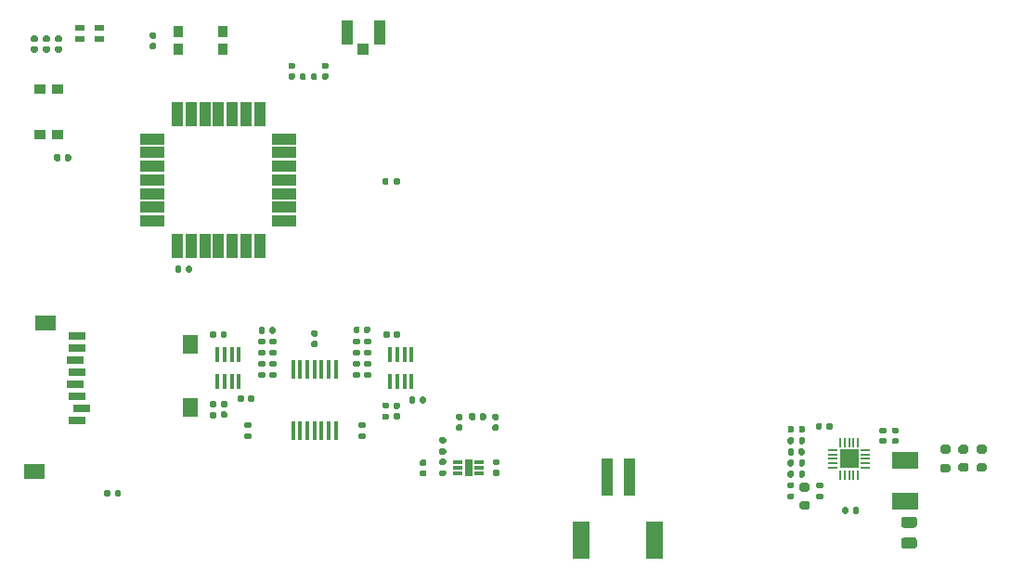
<source format=gtp>
G04 #@! TF.GenerationSoftware,KiCad,Pcbnew,5.1.10-88a1d61d58~90~ubuntu20.04.1*
G04 #@! TF.CreationDate,2021-08-09T16:52:55-07:00*
G04 #@! TF.ProjectId,PatchV3,50617463-6856-4332-9e6b-696361645f70,rev?*
G04 #@! TF.SameCoordinates,Original*
G04 #@! TF.FileFunction,Paste,Top*
G04 #@! TF.FilePolarity,Positive*
%FSLAX46Y46*%
G04 Gerber Fmt 4.6, Leading zero omitted, Abs format (unit mm)*
G04 Created by KiCad (PCBNEW 5.1.10-88a1d61d58~90~ubuntu20.04.1) date 2021-08-09 16:52:55*
%MOMM*%
%LPD*%
G01*
G04 APERTURE LIST*
%ADD10C,0.025400*%
%ADD11R,1.100000X2.250000*%
%ADD12R,1.050000X1.100000*%
%ADD13R,0.804800X0.300000*%
%ADD14R,0.203200X0.812800*%
%ADD15R,0.812800X0.203200*%
%ADD16R,1.701800X1.701800*%
%ADD17R,0.431800X1.320800*%
%ADD18R,0.355600X1.676400*%
%ADD19R,1.000000X2.300000*%
%ADD20R,2.300000X1.000000*%
%ADD21R,2.400000X1.500000*%
%ADD22R,1.000001X3.500001*%
%ADD23R,1.500000X3.400001*%
%ADD24R,1.900000X1.400000*%
%ADD25R,1.400000X1.800000*%
%ADD26R,1.500000X0.800000*%
%ADD27R,1.000000X0.900000*%
%ADD28R,0.900000X1.000000*%
%ADD29R,0.850000X0.500000*%
G04 APERTURE END LIST*
D10*
G36*
X90690500Y-90793500D02*
G01*
X90690500Y-92213500D01*
X91300500Y-92213500D01*
X91300500Y-90793500D01*
X90690500Y-90793500D01*
G37*
X90690500Y-90793500D02*
X90690500Y-92213500D01*
X91300500Y-92213500D01*
X91300500Y-90793500D01*
X90690500Y-90793500D01*
G36*
G01*
X134768000Y-90253000D02*
X134218000Y-90253000D01*
G75*
G02*
X134018000Y-90053000I0J200000D01*
G01*
X134018000Y-89653000D01*
G75*
G02*
X134218000Y-89453000I200000J0D01*
G01*
X134768000Y-89453000D01*
G75*
G02*
X134968000Y-89653000I0J-200000D01*
G01*
X134968000Y-90053000D01*
G75*
G02*
X134768000Y-90253000I-200000J0D01*
G01*
G37*
G36*
G01*
X134768000Y-91967000D02*
X134218000Y-91967000D01*
G75*
G02*
X134018000Y-91767000I0J200000D01*
G01*
X134018000Y-91367000D01*
G75*
G02*
X134218000Y-91167000I200000J0D01*
G01*
X134768000Y-91167000D01*
G75*
G02*
X134968000Y-91367000I0J-200000D01*
G01*
X134968000Y-91767000D01*
G75*
G02*
X134768000Y-91967000I-200000J0D01*
G01*
G37*
G36*
G01*
X93302000Y-87576000D02*
X93642000Y-87576000D01*
G75*
G02*
X93782000Y-87716000I0J-140000D01*
G01*
X93782000Y-87996000D01*
G75*
G02*
X93642000Y-88136000I-140000J0D01*
G01*
X93302000Y-88136000D01*
G75*
G02*
X93162000Y-87996000I0J140000D01*
G01*
X93162000Y-87716000D01*
G75*
G02*
X93302000Y-87576000I140000J0D01*
G01*
G37*
G36*
G01*
X93302000Y-86616000D02*
X93642000Y-86616000D01*
G75*
G02*
X93782000Y-86756000I0J-140000D01*
G01*
X93782000Y-87036000D01*
G75*
G02*
X93642000Y-87176000I-140000J0D01*
G01*
X93302000Y-87176000D01*
G75*
G02*
X93162000Y-87036000I0J140000D01*
G01*
X93162000Y-86756000D01*
G75*
G02*
X93302000Y-86616000I140000J0D01*
G01*
G37*
D11*
X79932000Y-51816000D03*
X82882000Y-51816000D03*
D12*
X81407000Y-53366000D03*
D13*
X90043100Y-91003500D03*
X90043100Y-91503500D03*
X90043100Y-92003500D03*
X91947900Y-92003500D03*
X91947900Y-91503500D03*
X91947900Y-91003500D03*
D14*
X126521001Y-89242800D03*
X126120999Y-89242800D03*
X125721000Y-89242800D03*
X125321001Y-89242800D03*
X124920999Y-89242800D03*
D15*
X124247800Y-89915999D03*
X124247800Y-90316001D03*
X124247800Y-90716000D03*
X124247800Y-91115999D03*
X124247800Y-91516001D03*
D14*
X124920999Y-92189200D03*
X125321001Y-92189200D03*
X125721000Y-92189200D03*
X126120999Y-92189200D03*
X126521001Y-92189200D03*
D15*
X127194200Y-91516001D03*
X127194200Y-91115999D03*
X127194200Y-90716000D03*
X127194200Y-90316001D03*
X127194200Y-89915999D03*
D16*
X125721000Y-90716000D03*
D17*
X70062999Y-81229200D03*
X69413001Y-81229200D03*
X68762999Y-81229200D03*
X68113001Y-81229200D03*
X68113001Y-83616800D03*
X68762999Y-83616800D03*
X69413001Y-83616800D03*
X70062999Y-83616800D03*
X85810999Y-81229200D03*
X85161001Y-81229200D03*
X84510999Y-81229200D03*
X83861001Y-81229200D03*
X83861001Y-83616800D03*
X84510999Y-83616800D03*
X85161001Y-83616800D03*
X85810999Y-83616800D03*
D18*
X75011999Y-88163400D03*
X75662000Y-88163400D03*
X76312001Y-88163400D03*
X76962000Y-88163400D03*
X77611999Y-88163400D03*
X78262000Y-88163400D03*
X78911999Y-88163400D03*
X78912001Y-82524600D03*
X78262000Y-82524600D03*
X77612001Y-82524600D03*
X76962000Y-82524600D03*
X76312001Y-82524600D03*
X75662000Y-82524600D03*
X75012001Y-82524600D03*
D19*
X68199000Y-71278000D03*
X66949000Y-71278000D03*
X65699000Y-71278000D03*
X64449000Y-71278000D03*
X69449000Y-71278000D03*
X70699000Y-71278000D03*
X71949000Y-71278000D03*
D20*
X74199000Y-65278000D03*
X74199000Y-66528000D03*
X74199000Y-67778000D03*
X74199000Y-69028000D03*
X74199000Y-64028000D03*
X74199000Y-62778000D03*
X74199000Y-61528000D03*
D19*
X68199000Y-59278000D03*
X69449000Y-59278000D03*
X70699000Y-59278000D03*
X71949000Y-59278000D03*
X66949000Y-59278000D03*
X65699000Y-59278000D03*
X64449000Y-59278000D03*
D20*
X62199000Y-65278000D03*
X62199000Y-64028000D03*
X62199000Y-62778000D03*
X62199000Y-61528000D03*
X62199000Y-66528000D03*
X62199000Y-67778000D03*
X62199000Y-69028000D03*
G36*
G01*
X88831000Y-89295000D02*
X88461000Y-89295000D01*
G75*
G02*
X88326000Y-89160000I0J135000D01*
G01*
X88326000Y-88890000D01*
G75*
G02*
X88461000Y-88755000I135000J0D01*
G01*
X88831000Y-88755000D01*
G75*
G02*
X88966000Y-88890000I0J-135000D01*
G01*
X88966000Y-89160000D01*
G75*
G02*
X88831000Y-89295000I-135000J0D01*
G01*
G37*
G36*
G01*
X88831000Y-90315000D02*
X88461000Y-90315000D01*
G75*
G02*
X88326000Y-90180000I0J135000D01*
G01*
X88326000Y-89910000D01*
G75*
G02*
X88461000Y-89775000I135000J0D01*
G01*
X88831000Y-89775000D01*
G75*
G02*
X88966000Y-89910000I0J-135000D01*
G01*
X88966000Y-90180000D01*
G75*
G02*
X88831000Y-90315000I-135000J0D01*
G01*
G37*
G36*
G01*
X88831000Y-91263500D02*
X88461000Y-91263500D01*
G75*
G02*
X88326000Y-91128500I0J135000D01*
G01*
X88326000Y-90858500D01*
G75*
G02*
X88461000Y-90723500I135000J0D01*
G01*
X88831000Y-90723500D01*
G75*
G02*
X88966000Y-90858500I0J-135000D01*
G01*
X88966000Y-91128500D01*
G75*
G02*
X88831000Y-91263500I-135000J0D01*
G01*
G37*
G36*
G01*
X88831000Y-92283500D02*
X88461000Y-92283500D01*
G75*
G02*
X88326000Y-92148500I0J135000D01*
G01*
X88326000Y-91878500D01*
G75*
G02*
X88461000Y-91743500I135000J0D01*
G01*
X88831000Y-91743500D01*
G75*
G02*
X88966000Y-91878500I0J-135000D01*
G01*
X88966000Y-92148500D01*
G75*
G02*
X88831000Y-92283500I-135000J0D01*
G01*
G37*
G36*
G01*
X120202000Y-93877000D02*
X120572000Y-93877000D01*
G75*
G02*
X120707000Y-94012000I0J-135000D01*
G01*
X120707000Y-94282000D01*
G75*
G02*
X120572000Y-94417000I-135000J0D01*
G01*
X120202000Y-94417000D01*
G75*
G02*
X120067000Y-94282000I0J135000D01*
G01*
X120067000Y-94012000D01*
G75*
G02*
X120202000Y-93877000I135000J0D01*
G01*
G37*
G36*
G01*
X120202000Y-92857000D02*
X120572000Y-92857000D01*
G75*
G02*
X120707000Y-92992000I0J-135000D01*
G01*
X120707000Y-93262000D01*
G75*
G02*
X120572000Y-93397000I-135000J0D01*
G01*
X120202000Y-93397000D01*
G75*
G02*
X120067000Y-93262000I0J135000D01*
G01*
X120067000Y-92992000D01*
G75*
G02*
X120202000Y-92857000I135000J0D01*
G01*
G37*
G36*
G01*
X121932000Y-93720000D02*
X121382000Y-93720000D01*
G75*
G02*
X121182000Y-93520000I0J200000D01*
G01*
X121182000Y-93120000D01*
G75*
G02*
X121382000Y-92920000I200000J0D01*
G01*
X121932000Y-92920000D01*
G75*
G02*
X122132000Y-93120000I0J-200000D01*
G01*
X122132000Y-93520000D01*
G75*
G02*
X121932000Y-93720000I-200000J0D01*
G01*
G37*
G36*
G01*
X121932000Y-95370000D02*
X121382000Y-95370000D01*
G75*
G02*
X121182000Y-95170000I0J200000D01*
G01*
X121182000Y-94770000D01*
G75*
G02*
X121382000Y-94570000I200000J0D01*
G01*
X121932000Y-94570000D01*
G75*
G02*
X122132000Y-94770000I0J-200000D01*
G01*
X122132000Y-95170000D01*
G75*
G02*
X121932000Y-95370000I-200000J0D01*
G01*
G37*
G36*
G01*
X123239000Y-93397000D02*
X122869000Y-93397000D01*
G75*
G02*
X122734000Y-93262000I0J135000D01*
G01*
X122734000Y-92992000D01*
G75*
G02*
X122869000Y-92857000I135000J0D01*
G01*
X123239000Y-92857000D01*
G75*
G02*
X123374000Y-92992000I0J-135000D01*
G01*
X123374000Y-93262000D01*
G75*
G02*
X123239000Y-93397000I-135000J0D01*
G01*
G37*
G36*
G01*
X123239000Y-94417000D02*
X122869000Y-94417000D01*
G75*
G02*
X122734000Y-94282000I0J135000D01*
G01*
X122734000Y-94012000D01*
G75*
G02*
X122869000Y-93877000I135000J0D01*
G01*
X123239000Y-93877000D01*
G75*
G02*
X123374000Y-94012000I0J-135000D01*
G01*
X123374000Y-94282000D01*
G75*
G02*
X123239000Y-94417000I-135000J0D01*
G01*
G37*
G36*
G01*
X121133000Y-91282000D02*
X121133000Y-90912000D01*
G75*
G02*
X121268000Y-90777000I135000J0D01*
G01*
X121538000Y-90777000D01*
G75*
G02*
X121673000Y-90912000I0J-135000D01*
G01*
X121673000Y-91282000D01*
G75*
G02*
X121538000Y-91417000I-135000J0D01*
G01*
X121268000Y-91417000D01*
G75*
G02*
X121133000Y-91282000I0J135000D01*
G01*
G37*
G36*
G01*
X120113000Y-91282000D02*
X120113000Y-90912000D01*
G75*
G02*
X120248000Y-90777000I135000J0D01*
G01*
X120518000Y-90777000D01*
G75*
G02*
X120653000Y-90912000I0J-135000D01*
G01*
X120653000Y-91282000D01*
G75*
G02*
X120518000Y-91417000I-135000J0D01*
G01*
X120248000Y-91417000D01*
G75*
G02*
X120113000Y-91282000I0J135000D01*
G01*
G37*
G36*
G01*
X121133000Y-92298000D02*
X121133000Y-91928000D01*
G75*
G02*
X121268000Y-91793000I135000J0D01*
G01*
X121538000Y-91793000D01*
G75*
G02*
X121673000Y-91928000I0J-135000D01*
G01*
X121673000Y-92298000D01*
G75*
G02*
X121538000Y-92433000I-135000J0D01*
G01*
X121268000Y-92433000D01*
G75*
G02*
X121133000Y-92298000I0J135000D01*
G01*
G37*
G36*
G01*
X120113000Y-92298000D02*
X120113000Y-91928000D01*
G75*
G02*
X120248000Y-91793000I135000J0D01*
G01*
X120518000Y-91793000D01*
G75*
G02*
X120653000Y-91928000I0J-135000D01*
G01*
X120653000Y-92298000D01*
G75*
G02*
X120518000Y-92433000I-135000J0D01*
G01*
X120248000Y-92433000D01*
G75*
G02*
X120113000Y-92298000I0J135000D01*
G01*
G37*
G36*
G01*
X120655000Y-88880000D02*
X120655000Y-89250000D01*
G75*
G02*
X120520000Y-89385000I-135000J0D01*
G01*
X120250000Y-89385000D01*
G75*
G02*
X120115000Y-89250000I0J135000D01*
G01*
X120115000Y-88880000D01*
G75*
G02*
X120250000Y-88745000I135000J0D01*
G01*
X120520000Y-88745000D01*
G75*
G02*
X120655000Y-88880000I0J-135000D01*
G01*
G37*
G36*
G01*
X121675000Y-88880000D02*
X121675000Y-89250000D01*
G75*
G02*
X121540000Y-89385000I-135000J0D01*
G01*
X121270000Y-89385000D01*
G75*
G02*
X121135000Y-89250000I0J135000D01*
G01*
X121135000Y-88880000D01*
G75*
G02*
X121270000Y-88745000I135000J0D01*
G01*
X121540000Y-88745000D01*
G75*
G02*
X121675000Y-88880000I0J-135000D01*
G01*
G37*
G36*
G01*
X120662000Y-87826000D02*
X120662000Y-88196000D01*
G75*
G02*
X120527000Y-88331000I-135000J0D01*
G01*
X120257000Y-88331000D01*
G75*
G02*
X120122000Y-88196000I0J135000D01*
G01*
X120122000Y-87826000D01*
G75*
G02*
X120257000Y-87691000I135000J0D01*
G01*
X120527000Y-87691000D01*
G75*
G02*
X120662000Y-87826000I0J-135000D01*
G01*
G37*
G36*
G01*
X121682000Y-87826000D02*
X121682000Y-88196000D01*
G75*
G02*
X121547000Y-88331000I-135000J0D01*
G01*
X121277000Y-88331000D01*
G75*
G02*
X121142000Y-88196000I0J135000D01*
G01*
X121142000Y-87826000D01*
G75*
G02*
X121277000Y-87691000I135000J0D01*
G01*
X121547000Y-87691000D01*
G75*
G02*
X121682000Y-87826000I0J-135000D01*
G01*
G37*
G36*
G01*
X137520000Y-91103000D02*
X138070000Y-91103000D01*
G75*
G02*
X138270000Y-91303000I0J-200000D01*
G01*
X138270000Y-91703000D01*
G75*
G02*
X138070000Y-91903000I-200000J0D01*
G01*
X137520000Y-91903000D01*
G75*
G02*
X137320000Y-91703000I0J200000D01*
G01*
X137320000Y-91303000D01*
G75*
G02*
X137520000Y-91103000I200000J0D01*
G01*
G37*
G36*
G01*
X137520000Y-89453000D02*
X138070000Y-89453000D01*
G75*
G02*
X138270000Y-89653000I0J-200000D01*
G01*
X138270000Y-90053000D01*
G75*
G02*
X138070000Y-90253000I-200000J0D01*
G01*
X137520000Y-90253000D01*
G75*
G02*
X137320000Y-90053000I0J200000D01*
G01*
X137320000Y-89653000D01*
G75*
G02*
X137520000Y-89453000I200000J0D01*
G01*
G37*
G36*
G01*
X136419000Y-90253000D02*
X135869000Y-90253000D01*
G75*
G02*
X135669000Y-90053000I0J200000D01*
G01*
X135669000Y-89653000D01*
G75*
G02*
X135869000Y-89453000I200000J0D01*
G01*
X136419000Y-89453000D01*
G75*
G02*
X136619000Y-89653000I0J-200000D01*
G01*
X136619000Y-90053000D01*
G75*
G02*
X136419000Y-90253000I-200000J0D01*
G01*
G37*
G36*
G01*
X136419000Y-91903000D02*
X135869000Y-91903000D01*
G75*
G02*
X135669000Y-91703000I0J200000D01*
G01*
X135669000Y-91303000D01*
G75*
G02*
X135869000Y-91103000I200000J0D01*
G01*
X136419000Y-91103000D01*
G75*
G02*
X136619000Y-91303000I0J-200000D01*
G01*
X136619000Y-91703000D01*
G75*
G02*
X136419000Y-91903000I-200000J0D01*
G01*
G37*
G36*
G01*
X72321000Y-80278000D02*
X71951000Y-80278000D01*
G75*
G02*
X71816000Y-80143000I0J135000D01*
G01*
X71816000Y-79873000D01*
G75*
G02*
X71951000Y-79738000I135000J0D01*
G01*
X72321000Y-79738000D01*
G75*
G02*
X72456000Y-79873000I0J-135000D01*
G01*
X72456000Y-80143000D01*
G75*
G02*
X72321000Y-80278000I-135000J0D01*
G01*
G37*
G36*
G01*
X72321000Y-81298000D02*
X71951000Y-81298000D01*
G75*
G02*
X71816000Y-81163000I0J135000D01*
G01*
X71816000Y-80893000D01*
G75*
G02*
X71951000Y-80758000I135000J0D01*
G01*
X72321000Y-80758000D01*
G75*
G02*
X72456000Y-80893000I0J-135000D01*
G01*
X72456000Y-81163000D01*
G75*
G02*
X72321000Y-81298000I-135000J0D01*
G01*
G37*
G36*
G01*
X81973000Y-80278000D02*
X81603000Y-80278000D01*
G75*
G02*
X81468000Y-80143000I0J135000D01*
G01*
X81468000Y-79873000D01*
G75*
G02*
X81603000Y-79738000I135000J0D01*
G01*
X81973000Y-79738000D01*
G75*
G02*
X82108000Y-79873000I0J-135000D01*
G01*
X82108000Y-80143000D01*
G75*
G02*
X81973000Y-80278000I-135000J0D01*
G01*
G37*
G36*
G01*
X81973000Y-81298000D02*
X81603000Y-81298000D01*
G75*
G02*
X81468000Y-81163000I0J135000D01*
G01*
X81468000Y-80893000D01*
G75*
G02*
X81603000Y-80758000I135000J0D01*
G01*
X81973000Y-80758000D01*
G75*
G02*
X82108000Y-80893000I0J-135000D01*
G01*
X82108000Y-81163000D01*
G75*
G02*
X81973000Y-81298000I-135000J0D01*
G01*
G37*
G36*
G01*
X72967000Y-80758000D02*
X73337000Y-80758000D01*
G75*
G02*
X73472000Y-80893000I0J-135000D01*
G01*
X73472000Y-81163000D01*
G75*
G02*
X73337000Y-81298000I-135000J0D01*
G01*
X72967000Y-81298000D01*
G75*
G02*
X72832000Y-81163000I0J135000D01*
G01*
X72832000Y-80893000D01*
G75*
G02*
X72967000Y-80758000I135000J0D01*
G01*
G37*
G36*
G01*
X72967000Y-79738000D02*
X73337000Y-79738000D01*
G75*
G02*
X73472000Y-79873000I0J-135000D01*
G01*
X73472000Y-80143000D01*
G75*
G02*
X73337000Y-80278000I-135000J0D01*
G01*
X72967000Y-80278000D01*
G75*
G02*
X72832000Y-80143000I0J135000D01*
G01*
X72832000Y-79873000D01*
G75*
G02*
X72967000Y-79738000I135000J0D01*
G01*
G37*
G36*
G01*
X80587000Y-80758000D02*
X80957000Y-80758000D01*
G75*
G02*
X81092000Y-80893000I0J-135000D01*
G01*
X81092000Y-81163000D01*
G75*
G02*
X80957000Y-81298000I-135000J0D01*
G01*
X80587000Y-81298000D01*
G75*
G02*
X80452000Y-81163000I0J135000D01*
G01*
X80452000Y-80893000D01*
G75*
G02*
X80587000Y-80758000I135000J0D01*
G01*
G37*
G36*
G01*
X80587000Y-79738000D02*
X80957000Y-79738000D01*
G75*
G02*
X81092000Y-79873000I0J-135000D01*
G01*
X81092000Y-80143000D01*
G75*
G02*
X80957000Y-80278000I-135000J0D01*
G01*
X80587000Y-80278000D01*
G75*
G02*
X80452000Y-80143000I0J135000D01*
G01*
X80452000Y-79873000D01*
G75*
G02*
X80587000Y-79738000I135000J0D01*
G01*
G37*
G36*
G01*
X67506000Y-86473000D02*
X67876000Y-86473000D01*
G75*
G02*
X68011000Y-86608000I0J-135000D01*
G01*
X68011000Y-86878000D01*
G75*
G02*
X67876000Y-87013000I-135000J0D01*
G01*
X67506000Y-87013000D01*
G75*
G02*
X67371000Y-86878000I0J135000D01*
G01*
X67371000Y-86608000D01*
G75*
G02*
X67506000Y-86473000I135000J0D01*
G01*
G37*
G36*
G01*
X67506000Y-85453000D02*
X67876000Y-85453000D01*
G75*
G02*
X68011000Y-85588000I0J-135000D01*
G01*
X68011000Y-85858000D01*
G75*
G02*
X67876000Y-85993000I-135000J0D01*
G01*
X67506000Y-85993000D01*
G75*
G02*
X67371000Y-85858000I0J135000D01*
G01*
X67371000Y-85588000D01*
G75*
G02*
X67506000Y-85453000I135000J0D01*
G01*
G37*
G36*
G01*
X83254000Y-86600000D02*
X83624000Y-86600000D01*
G75*
G02*
X83759000Y-86735000I0J-135000D01*
G01*
X83759000Y-87005000D01*
G75*
G02*
X83624000Y-87140000I-135000J0D01*
G01*
X83254000Y-87140000D01*
G75*
G02*
X83119000Y-87005000I0J135000D01*
G01*
X83119000Y-86735000D01*
G75*
G02*
X83254000Y-86600000I135000J0D01*
G01*
G37*
G36*
G01*
X83254000Y-85580000D02*
X83624000Y-85580000D01*
G75*
G02*
X83759000Y-85715000I0J-135000D01*
G01*
X83759000Y-85985000D01*
G75*
G02*
X83624000Y-86120000I-135000J0D01*
G01*
X83254000Y-86120000D01*
G75*
G02*
X83119000Y-85985000I0J135000D01*
G01*
X83119000Y-85715000D01*
G75*
G02*
X83254000Y-85580000I135000J0D01*
G01*
G37*
G36*
G01*
X80587000Y-82790000D02*
X80957000Y-82790000D01*
G75*
G02*
X81092000Y-82925000I0J-135000D01*
G01*
X81092000Y-83195000D01*
G75*
G02*
X80957000Y-83330000I-135000J0D01*
G01*
X80587000Y-83330000D01*
G75*
G02*
X80452000Y-83195000I0J135000D01*
G01*
X80452000Y-82925000D01*
G75*
G02*
X80587000Y-82790000I135000J0D01*
G01*
G37*
G36*
G01*
X80587000Y-81770000D02*
X80957000Y-81770000D01*
G75*
G02*
X81092000Y-81905000I0J-135000D01*
G01*
X81092000Y-82175000D01*
G75*
G02*
X80957000Y-82310000I-135000J0D01*
G01*
X80587000Y-82310000D01*
G75*
G02*
X80452000Y-82175000I0J135000D01*
G01*
X80452000Y-81905000D01*
G75*
G02*
X80587000Y-81770000I135000J0D01*
G01*
G37*
G36*
G01*
X72967000Y-82790000D02*
X73337000Y-82790000D01*
G75*
G02*
X73472000Y-82925000I0J-135000D01*
G01*
X73472000Y-83195000D01*
G75*
G02*
X73337000Y-83330000I-135000J0D01*
G01*
X72967000Y-83330000D01*
G75*
G02*
X72832000Y-83195000I0J135000D01*
G01*
X72832000Y-82925000D01*
G75*
G02*
X72967000Y-82790000I135000J0D01*
G01*
G37*
G36*
G01*
X72967000Y-81770000D02*
X73337000Y-81770000D01*
G75*
G02*
X73472000Y-81905000I0J-135000D01*
G01*
X73472000Y-82175000D01*
G75*
G02*
X73337000Y-82310000I-135000J0D01*
G01*
X72967000Y-82310000D01*
G75*
G02*
X72832000Y-82175000I0J135000D01*
G01*
X72832000Y-81905000D01*
G75*
G02*
X72967000Y-81770000I135000J0D01*
G01*
G37*
G36*
G01*
X81973000Y-82310000D02*
X81603000Y-82310000D01*
G75*
G02*
X81468000Y-82175000I0J135000D01*
G01*
X81468000Y-81905000D01*
G75*
G02*
X81603000Y-81770000I135000J0D01*
G01*
X81973000Y-81770000D01*
G75*
G02*
X82108000Y-81905000I0J-135000D01*
G01*
X82108000Y-82175000D01*
G75*
G02*
X81973000Y-82310000I-135000J0D01*
G01*
G37*
G36*
G01*
X81973000Y-83330000D02*
X81603000Y-83330000D01*
G75*
G02*
X81468000Y-83195000I0J135000D01*
G01*
X81468000Y-82925000D01*
G75*
G02*
X81603000Y-82790000I135000J0D01*
G01*
X81973000Y-82790000D01*
G75*
G02*
X82108000Y-82925000I0J-135000D01*
G01*
X82108000Y-83195000D01*
G75*
G02*
X81973000Y-83330000I-135000J0D01*
G01*
G37*
G36*
G01*
X72321000Y-82310000D02*
X71951000Y-82310000D01*
G75*
G02*
X71816000Y-82175000I0J135000D01*
G01*
X71816000Y-81905000D01*
G75*
G02*
X71951000Y-81770000I135000J0D01*
G01*
X72321000Y-81770000D01*
G75*
G02*
X72456000Y-81905000I0J-135000D01*
G01*
X72456000Y-82175000D01*
G75*
G02*
X72321000Y-82310000I-135000J0D01*
G01*
G37*
G36*
G01*
X72321000Y-83330000D02*
X71951000Y-83330000D01*
G75*
G02*
X71816000Y-83195000I0J135000D01*
G01*
X71816000Y-82925000D01*
G75*
G02*
X71951000Y-82790000I135000J0D01*
G01*
X72321000Y-82790000D01*
G75*
G02*
X72456000Y-82925000I0J-135000D01*
G01*
X72456000Y-83195000D01*
G75*
G02*
X72321000Y-83330000I-135000J0D01*
G01*
G37*
G36*
G01*
X70681000Y-88378000D02*
X71051000Y-88378000D01*
G75*
G02*
X71186000Y-88513000I0J-135000D01*
G01*
X71186000Y-88783000D01*
G75*
G02*
X71051000Y-88918000I-135000J0D01*
G01*
X70681000Y-88918000D01*
G75*
G02*
X70546000Y-88783000I0J135000D01*
G01*
X70546000Y-88513000D01*
G75*
G02*
X70681000Y-88378000I135000J0D01*
G01*
G37*
G36*
G01*
X70681000Y-87358000D02*
X71051000Y-87358000D01*
G75*
G02*
X71186000Y-87493000I0J-135000D01*
G01*
X71186000Y-87763000D01*
G75*
G02*
X71051000Y-87898000I-135000J0D01*
G01*
X70681000Y-87898000D01*
G75*
G02*
X70546000Y-87763000I0J135000D01*
G01*
X70546000Y-87493000D01*
G75*
G02*
X70681000Y-87358000I135000J0D01*
G01*
G37*
G36*
G01*
X81095000Y-88378000D02*
X81465000Y-88378000D01*
G75*
G02*
X81600000Y-88513000I0J-135000D01*
G01*
X81600000Y-88783000D01*
G75*
G02*
X81465000Y-88918000I-135000J0D01*
G01*
X81095000Y-88918000D01*
G75*
G02*
X80960000Y-88783000I0J135000D01*
G01*
X80960000Y-88513000D01*
G75*
G02*
X81095000Y-88378000I135000J0D01*
G01*
G37*
G36*
G01*
X81095000Y-87358000D02*
X81465000Y-87358000D01*
G75*
G02*
X81600000Y-87493000I0J-135000D01*
G01*
X81600000Y-87763000D01*
G75*
G02*
X81465000Y-87898000I-135000J0D01*
G01*
X81095000Y-87898000D01*
G75*
G02*
X80960000Y-87763000I0J135000D01*
G01*
X80960000Y-87493000D01*
G75*
G02*
X81095000Y-87358000I135000J0D01*
G01*
G37*
G36*
G01*
X84187000Y-65590000D02*
X84187000Y-65220000D01*
G75*
G02*
X84322000Y-65085000I135000J0D01*
G01*
X84592000Y-65085000D01*
G75*
G02*
X84727000Y-65220000I0J-135000D01*
G01*
X84727000Y-65590000D01*
G75*
G02*
X84592000Y-65725000I-135000J0D01*
G01*
X84322000Y-65725000D01*
G75*
G02*
X84187000Y-65590000I0J135000D01*
G01*
G37*
G36*
G01*
X83167000Y-65590000D02*
X83167000Y-65220000D01*
G75*
G02*
X83302000Y-65085000I135000J0D01*
G01*
X83572000Y-65085000D01*
G75*
G02*
X83707000Y-65220000I0J-135000D01*
G01*
X83707000Y-65590000D01*
G75*
G02*
X83572000Y-65725000I-135000J0D01*
G01*
X83302000Y-65725000D01*
G75*
G02*
X83167000Y-65590000I0J135000D01*
G01*
G37*
G36*
G01*
X76643200Y-56039600D02*
X76643200Y-55669600D01*
G75*
G02*
X76778200Y-55534600I135000J0D01*
G01*
X77048200Y-55534600D01*
G75*
G02*
X77183200Y-55669600I0J-135000D01*
G01*
X77183200Y-56039600D01*
G75*
G02*
X77048200Y-56174600I-135000J0D01*
G01*
X76778200Y-56174600D01*
G75*
G02*
X76643200Y-56039600I0J135000D01*
G01*
G37*
G36*
G01*
X75623200Y-56039600D02*
X75623200Y-55669600D01*
G75*
G02*
X75758200Y-55534600I135000J0D01*
G01*
X76028200Y-55534600D01*
G75*
G02*
X76163200Y-55669600I0J-135000D01*
G01*
X76163200Y-56039600D01*
G75*
G02*
X76028200Y-56174600I-135000J0D01*
G01*
X75758200Y-56174600D01*
G75*
G02*
X75623200Y-56039600I0J135000D01*
G01*
G37*
D21*
X130810000Y-90860000D03*
X130810000Y-94560000D03*
D22*
X103655999Y-92345999D03*
X105656001Y-92345999D03*
D23*
X101305999Y-98096000D03*
X108006001Y-98096000D03*
G36*
G01*
X92011000Y-87040500D02*
X92011000Y-86695500D01*
G75*
G02*
X92158500Y-86548000I147500J0D01*
G01*
X92453500Y-86548000D01*
G75*
G02*
X92601000Y-86695500I0J-147500D01*
G01*
X92601000Y-87040500D01*
G75*
G02*
X92453500Y-87188000I-147500J0D01*
G01*
X92158500Y-87188000D01*
G75*
G02*
X92011000Y-87040500I0J147500D01*
G01*
G37*
G36*
G01*
X91041000Y-87040500D02*
X91041000Y-86695500D01*
G75*
G02*
X91188500Y-86548000I147500J0D01*
G01*
X91483500Y-86548000D01*
G75*
G02*
X91631000Y-86695500I0J-147500D01*
G01*
X91631000Y-87040500D01*
G75*
G02*
X91483500Y-87188000I-147500J0D01*
G01*
X91188500Y-87188000D01*
G75*
G02*
X91041000Y-87040500I0J147500D01*
G01*
G37*
G36*
G01*
X87038000Y-91367000D02*
X86698000Y-91367000D01*
G75*
G02*
X86558000Y-91227000I0J140000D01*
G01*
X86558000Y-90947000D01*
G75*
G02*
X86698000Y-90807000I140000J0D01*
G01*
X87038000Y-90807000D01*
G75*
G02*
X87178000Y-90947000I0J-140000D01*
G01*
X87178000Y-91227000D01*
G75*
G02*
X87038000Y-91367000I-140000J0D01*
G01*
G37*
G36*
G01*
X87038000Y-92327000D02*
X86698000Y-92327000D01*
G75*
G02*
X86558000Y-92187000I0J140000D01*
G01*
X86558000Y-91907000D01*
G75*
G02*
X86698000Y-91767000I140000J0D01*
G01*
X87038000Y-91767000D01*
G75*
G02*
X87178000Y-91907000I0J-140000D01*
G01*
X87178000Y-92187000D01*
G75*
G02*
X87038000Y-92327000I-140000J0D01*
G01*
G37*
G36*
G01*
X93705500Y-91303500D02*
X93365500Y-91303500D01*
G75*
G02*
X93225500Y-91163500I0J140000D01*
G01*
X93225500Y-90883500D01*
G75*
G02*
X93365500Y-90743500I140000J0D01*
G01*
X93705500Y-90743500D01*
G75*
G02*
X93845500Y-90883500I0J-140000D01*
G01*
X93845500Y-91163500D01*
G75*
G02*
X93705500Y-91303500I-140000J0D01*
G01*
G37*
G36*
G01*
X93705500Y-92263500D02*
X93365500Y-92263500D01*
G75*
G02*
X93225500Y-92123500I0J140000D01*
G01*
X93225500Y-91843500D01*
G75*
G02*
X93365500Y-91703500I140000J0D01*
G01*
X93705500Y-91703500D01*
G75*
G02*
X93845500Y-91843500I0J-140000D01*
G01*
X93845500Y-92123500D01*
G75*
G02*
X93705500Y-92263500I-140000J0D01*
G01*
G37*
G36*
G01*
X130707000Y-97897000D02*
X131657000Y-97897000D01*
G75*
G02*
X131907000Y-98147000I0J-250000D01*
G01*
X131907000Y-98647000D01*
G75*
G02*
X131657000Y-98897000I-250000J0D01*
G01*
X130707000Y-98897000D01*
G75*
G02*
X130457000Y-98647000I0J250000D01*
G01*
X130457000Y-98147000D01*
G75*
G02*
X130707000Y-97897000I250000J0D01*
G01*
G37*
G36*
G01*
X130707000Y-95997000D02*
X131657000Y-95997000D01*
G75*
G02*
X131907000Y-96247000I0J-250000D01*
G01*
X131907000Y-96747000D01*
G75*
G02*
X131657000Y-96997000I-250000J0D01*
G01*
X130707000Y-96997000D01*
G75*
G02*
X130457000Y-96747000I0J250000D01*
G01*
X130457000Y-96247000D01*
G75*
G02*
X130707000Y-95997000I250000J0D01*
G01*
G37*
G36*
G01*
X126048000Y-95585000D02*
X126048000Y-95245000D01*
G75*
G02*
X126188000Y-95105000I140000J0D01*
G01*
X126468000Y-95105000D01*
G75*
G02*
X126608000Y-95245000I0J-140000D01*
G01*
X126608000Y-95585000D01*
G75*
G02*
X126468000Y-95725000I-140000J0D01*
G01*
X126188000Y-95725000D01*
G75*
G02*
X126048000Y-95585000I0J140000D01*
G01*
G37*
G36*
G01*
X125088000Y-95585000D02*
X125088000Y-95245000D01*
G75*
G02*
X125228000Y-95105000I140000J0D01*
G01*
X125508000Y-95105000D01*
G75*
G02*
X125648000Y-95245000I0J-140000D01*
G01*
X125648000Y-95585000D01*
G75*
G02*
X125508000Y-95725000I-140000J0D01*
G01*
X125228000Y-95725000D01*
G75*
G02*
X125088000Y-95585000I0J140000D01*
G01*
G37*
G36*
G01*
X120695000Y-89911000D02*
X120695000Y-90251000D01*
G75*
G02*
X120555000Y-90391000I-140000J0D01*
G01*
X120275000Y-90391000D01*
G75*
G02*
X120135000Y-90251000I0J140000D01*
G01*
X120135000Y-89911000D01*
G75*
G02*
X120275000Y-89771000I140000J0D01*
G01*
X120555000Y-89771000D01*
G75*
G02*
X120695000Y-89911000I0J-140000D01*
G01*
G37*
G36*
G01*
X121655000Y-89911000D02*
X121655000Y-90251000D01*
G75*
G02*
X121515000Y-90391000I-140000J0D01*
G01*
X121235000Y-90391000D01*
G75*
G02*
X121095000Y-90251000I0J140000D01*
G01*
X121095000Y-89911000D01*
G75*
G02*
X121235000Y-89771000I140000J0D01*
G01*
X121515000Y-89771000D01*
G75*
G02*
X121655000Y-89911000I0J-140000D01*
G01*
G37*
G36*
G01*
X123244000Y-87587000D02*
X123244000Y-87927000D01*
G75*
G02*
X123104000Y-88067000I-140000J0D01*
G01*
X122824000Y-88067000D01*
G75*
G02*
X122684000Y-87927000I0J140000D01*
G01*
X122684000Y-87587000D01*
G75*
G02*
X122824000Y-87447000I140000J0D01*
G01*
X123104000Y-87447000D01*
G75*
G02*
X123244000Y-87587000I0J-140000D01*
G01*
G37*
G36*
G01*
X124204000Y-87587000D02*
X124204000Y-87927000D01*
G75*
G02*
X124064000Y-88067000I-140000J0D01*
G01*
X123784000Y-88067000D01*
G75*
G02*
X123644000Y-87927000I0J140000D01*
G01*
X123644000Y-87587000D01*
G75*
G02*
X123784000Y-87447000I140000J0D01*
G01*
X124064000Y-87447000D01*
G75*
G02*
X124204000Y-87587000I0J-140000D01*
G01*
G37*
G36*
G01*
X130100000Y-88408000D02*
X129760000Y-88408000D01*
G75*
G02*
X129620000Y-88268000I0J140000D01*
G01*
X129620000Y-87988000D01*
G75*
G02*
X129760000Y-87848000I140000J0D01*
G01*
X130100000Y-87848000D01*
G75*
G02*
X130240000Y-87988000I0J-140000D01*
G01*
X130240000Y-88268000D01*
G75*
G02*
X130100000Y-88408000I-140000J0D01*
G01*
G37*
G36*
G01*
X130100000Y-89368000D02*
X129760000Y-89368000D01*
G75*
G02*
X129620000Y-89228000I0J140000D01*
G01*
X129620000Y-88948000D01*
G75*
G02*
X129760000Y-88808000I140000J0D01*
G01*
X130100000Y-88808000D01*
G75*
G02*
X130240000Y-88948000I0J-140000D01*
G01*
X130240000Y-89228000D01*
G75*
G02*
X130100000Y-89368000I-140000J0D01*
G01*
G37*
G36*
G01*
X128957000Y-88408000D02*
X128617000Y-88408000D01*
G75*
G02*
X128477000Y-88268000I0J140000D01*
G01*
X128477000Y-87988000D01*
G75*
G02*
X128617000Y-87848000I140000J0D01*
G01*
X128957000Y-87848000D01*
G75*
G02*
X129097000Y-87988000I0J-140000D01*
G01*
X129097000Y-88268000D01*
G75*
G02*
X128957000Y-88408000I-140000J0D01*
G01*
G37*
G36*
G01*
X128957000Y-89368000D02*
X128617000Y-89368000D01*
G75*
G02*
X128477000Y-89228000I0J140000D01*
G01*
X128477000Y-88948000D01*
G75*
G02*
X128617000Y-88808000I140000J0D01*
G01*
X128957000Y-88808000D01*
G75*
G02*
X129097000Y-88948000I0J-140000D01*
G01*
X129097000Y-89228000D01*
G75*
G02*
X128957000Y-89368000I-140000J0D01*
G01*
G37*
G36*
G01*
X72844000Y-79164000D02*
X72844000Y-78824000D01*
G75*
G02*
X72984000Y-78684000I140000J0D01*
G01*
X73264000Y-78684000D01*
G75*
G02*
X73404000Y-78824000I0J-140000D01*
G01*
X73404000Y-79164000D01*
G75*
G02*
X73264000Y-79304000I-140000J0D01*
G01*
X72984000Y-79304000D01*
G75*
G02*
X72844000Y-79164000I0J140000D01*
G01*
G37*
G36*
G01*
X71884000Y-79164000D02*
X71884000Y-78824000D01*
G75*
G02*
X72024000Y-78684000I140000J0D01*
G01*
X72304000Y-78684000D01*
G75*
G02*
X72444000Y-78824000I0J-140000D01*
G01*
X72444000Y-79164000D01*
G75*
G02*
X72304000Y-79304000I-140000J0D01*
G01*
X72024000Y-79304000D01*
G75*
G02*
X71884000Y-79164000I0J140000D01*
G01*
G37*
G36*
G01*
X81480000Y-79100500D02*
X81480000Y-78760500D01*
G75*
G02*
X81620000Y-78620500I140000J0D01*
G01*
X81900000Y-78620500D01*
G75*
G02*
X82040000Y-78760500I0J-140000D01*
G01*
X82040000Y-79100500D01*
G75*
G02*
X81900000Y-79240500I-140000J0D01*
G01*
X81620000Y-79240500D01*
G75*
G02*
X81480000Y-79100500I0J140000D01*
G01*
G37*
G36*
G01*
X80520000Y-79100500D02*
X80520000Y-78760500D01*
G75*
G02*
X80660000Y-78620500I140000J0D01*
G01*
X80940000Y-78620500D01*
G75*
G02*
X81080000Y-78760500I0J-140000D01*
G01*
X81080000Y-79100500D01*
G75*
G02*
X80940000Y-79240500I-140000J0D01*
G01*
X80660000Y-79240500D01*
G75*
G02*
X80520000Y-79100500I0J140000D01*
G01*
G37*
G36*
G01*
X68877000Y-86005000D02*
X68537000Y-86005000D01*
G75*
G02*
X68397000Y-85865000I0J140000D01*
G01*
X68397000Y-85585000D01*
G75*
G02*
X68537000Y-85445000I140000J0D01*
G01*
X68877000Y-85445000D01*
G75*
G02*
X69017000Y-85585000I0J-140000D01*
G01*
X69017000Y-85865000D01*
G75*
G02*
X68877000Y-86005000I-140000J0D01*
G01*
G37*
G36*
G01*
X68877000Y-86965000D02*
X68537000Y-86965000D01*
G75*
G02*
X68397000Y-86825000I0J140000D01*
G01*
X68397000Y-86545000D01*
G75*
G02*
X68537000Y-86405000I140000J0D01*
G01*
X68877000Y-86405000D01*
G75*
G02*
X69017000Y-86545000I0J-140000D01*
G01*
X69017000Y-86825000D01*
G75*
G02*
X68877000Y-86965000I-140000J0D01*
G01*
G37*
G36*
G01*
X84625000Y-86160000D02*
X84285000Y-86160000D01*
G75*
G02*
X84145000Y-86020000I0J140000D01*
G01*
X84145000Y-85740000D01*
G75*
G02*
X84285000Y-85600000I140000J0D01*
G01*
X84625000Y-85600000D01*
G75*
G02*
X84765000Y-85740000I0J-140000D01*
G01*
X84765000Y-86020000D01*
G75*
G02*
X84625000Y-86160000I-140000J0D01*
G01*
G37*
G36*
G01*
X84625000Y-87120000D02*
X84285000Y-87120000D01*
G75*
G02*
X84145000Y-86980000I0J140000D01*
G01*
X84145000Y-86700000D01*
G75*
G02*
X84285000Y-86560000I140000J0D01*
G01*
X84625000Y-86560000D01*
G75*
G02*
X84765000Y-86700000I0J-140000D01*
G01*
X84765000Y-86980000D01*
G75*
G02*
X84625000Y-87120000I-140000J0D01*
G01*
G37*
G36*
G01*
X67999000Y-79205000D02*
X67999000Y-79545000D01*
G75*
G02*
X67859000Y-79685000I-140000J0D01*
G01*
X67579000Y-79685000D01*
G75*
G02*
X67439000Y-79545000I0J140000D01*
G01*
X67439000Y-79205000D01*
G75*
G02*
X67579000Y-79065000I140000J0D01*
G01*
X67859000Y-79065000D01*
G75*
G02*
X67999000Y-79205000I0J-140000D01*
G01*
G37*
G36*
G01*
X68959000Y-79205000D02*
X68959000Y-79545000D01*
G75*
G02*
X68819000Y-79685000I-140000J0D01*
G01*
X68539000Y-79685000D01*
G75*
G02*
X68399000Y-79545000I0J140000D01*
G01*
X68399000Y-79205000D01*
G75*
G02*
X68539000Y-79065000I140000J0D01*
G01*
X68819000Y-79065000D01*
G75*
G02*
X68959000Y-79205000I0J-140000D01*
G01*
G37*
G36*
G01*
X83810500Y-79205000D02*
X83810500Y-79545000D01*
G75*
G02*
X83670500Y-79685000I-140000J0D01*
G01*
X83390500Y-79685000D01*
G75*
G02*
X83250500Y-79545000I0J140000D01*
G01*
X83250500Y-79205000D01*
G75*
G02*
X83390500Y-79065000I140000J0D01*
G01*
X83670500Y-79065000D01*
G75*
G02*
X83810500Y-79205000I0J-140000D01*
G01*
G37*
G36*
G01*
X84770500Y-79205000D02*
X84770500Y-79545000D01*
G75*
G02*
X84630500Y-79685000I-140000J0D01*
G01*
X84350500Y-79685000D01*
G75*
G02*
X84210500Y-79545000I0J140000D01*
G01*
X84210500Y-79205000D01*
G75*
G02*
X84350500Y-79065000I140000J0D01*
G01*
X84630500Y-79065000D01*
G75*
G02*
X84770500Y-79205000I0J-140000D01*
G01*
G37*
G36*
G01*
X90000000Y-87576000D02*
X90340000Y-87576000D01*
G75*
G02*
X90480000Y-87716000I0J-140000D01*
G01*
X90480000Y-87996000D01*
G75*
G02*
X90340000Y-88136000I-140000J0D01*
G01*
X90000000Y-88136000D01*
G75*
G02*
X89860000Y-87996000I0J140000D01*
G01*
X89860000Y-87716000D01*
G75*
G02*
X90000000Y-87576000I140000J0D01*
G01*
G37*
G36*
G01*
X90000000Y-86616000D02*
X90340000Y-86616000D01*
G75*
G02*
X90480000Y-86756000I0J-140000D01*
G01*
X90480000Y-87036000D01*
G75*
G02*
X90340000Y-87176000I-140000J0D01*
G01*
X90000000Y-87176000D01*
G75*
G02*
X89860000Y-87036000I0J140000D01*
G01*
X89860000Y-86756000D01*
G75*
G02*
X90000000Y-86616000I140000J0D01*
G01*
G37*
G36*
G01*
X86560000Y-85514000D02*
X86560000Y-85174000D01*
G75*
G02*
X86700000Y-85034000I140000J0D01*
G01*
X86980000Y-85034000D01*
G75*
G02*
X87120000Y-85174000I0J-140000D01*
G01*
X87120000Y-85514000D01*
G75*
G02*
X86980000Y-85654000I-140000J0D01*
G01*
X86700000Y-85654000D01*
G75*
G02*
X86560000Y-85514000I0J140000D01*
G01*
G37*
G36*
G01*
X85600000Y-85514000D02*
X85600000Y-85174000D01*
G75*
G02*
X85740000Y-85034000I140000J0D01*
G01*
X86020000Y-85034000D01*
G75*
G02*
X86160000Y-85174000I0J-140000D01*
G01*
X86160000Y-85514000D01*
G75*
G02*
X86020000Y-85654000I-140000J0D01*
G01*
X85740000Y-85654000D01*
G75*
G02*
X85600000Y-85514000I0J140000D01*
G01*
G37*
G36*
G01*
X70911000Y-85387000D02*
X70911000Y-85047000D01*
G75*
G02*
X71051000Y-84907000I140000J0D01*
G01*
X71331000Y-84907000D01*
G75*
G02*
X71471000Y-85047000I0J-140000D01*
G01*
X71471000Y-85387000D01*
G75*
G02*
X71331000Y-85527000I-140000J0D01*
G01*
X71051000Y-85527000D01*
G75*
G02*
X70911000Y-85387000I0J140000D01*
G01*
G37*
G36*
G01*
X69951000Y-85387000D02*
X69951000Y-85047000D01*
G75*
G02*
X70091000Y-84907000I140000J0D01*
G01*
X70371000Y-84907000D01*
G75*
G02*
X70511000Y-85047000I0J-140000D01*
G01*
X70511000Y-85387000D01*
G75*
G02*
X70371000Y-85527000I-140000J0D01*
G01*
X70091000Y-85527000D01*
G75*
G02*
X69951000Y-85387000I0J140000D01*
G01*
G37*
G36*
G01*
X77132000Y-79556000D02*
X76792000Y-79556000D01*
G75*
G02*
X76652000Y-79416000I0J140000D01*
G01*
X76652000Y-79136000D01*
G75*
G02*
X76792000Y-78996000I140000J0D01*
G01*
X77132000Y-78996000D01*
G75*
G02*
X77272000Y-79136000I0J-140000D01*
G01*
X77272000Y-79416000D01*
G75*
G02*
X77132000Y-79556000I-140000J0D01*
G01*
G37*
G36*
G01*
X77132000Y-80516000D02*
X76792000Y-80516000D01*
G75*
G02*
X76652000Y-80376000I0J140000D01*
G01*
X76652000Y-80096000D01*
G75*
G02*
X76792000Y-79956000I140000J0D01*
G01*
X77132000Y-79956000D01*
G75*
G02*
X77272000Y-80096000I0J-140000D01*
G01*
X77272000Y-80376000D01*
G75*
G02*
X77132000Y-80516000I-140000J0D01*
G01*
G37*
G36*
G01*
X58747000Y-94023000D02*
X58747000Y-93683000D01*
G75*
G02*
X58887000Y-93543000I140000J0D01*
G01*
X59167000Y-93543000D01*
G75*
G02*
X59307000Y-93683000I0J-140000D01*
G01*
X59307000Y-94023000D01*
G75*
G02*
X59167000Y-94163000I-140000J0D01*
G01*
X58887000Y-94163000D01*
G75*
G02*
X58747000Y-94023000I0J140000D01*
G01*
G37*
G36*
G01*
X57787000Y-94023000D02*
X57787000Y-93683000D01*
G75*
G02*
X57927000Y-93543000I140000J0D01*
G01*
X58207000Y-93543000D01*
G75*
G02*
X58347000Y-93683000I0J-140000D01*
G01*
X58347000Y-94023000D01*
G75*
G02*
X58207000Y-94163000I-140000J0D01*
G01*
X57927000Y-94163000D01*
G75*
G02*
X57787000Y-94023000I0J140000D01*
G01*
G37*
G36*
G01*
X62060000Y-52778000D02*
X62400000Y-52778000D01*
G75*
G02*
X62540000Y-52918000I0J-140000D01*
G01*
X62540000Y-53198000D01*
G75*
G02*
X62400000Y-53338000I-140000J0D01*
G01*
X62060000Y-53338000D01*
G75*
G02*
X61920000Y-53198000I0J140000D01*
G01*
X61920000Y-52918000D01*
G75*
G02*
X62060000Y-52778000I140000J0D01*
G01*
G37*
G36*
G01*
X62060000Y-51818000D02*
X62400000Y-51818000D01*
G75*
G02*
X62540000Y-51958000I0J-140000D01*
G01*
X62540000Y-52238000D01*
G75*
G02*
X62400000Y-52378000I-140000J0D01*
G01*
X62060000Y-52378000D01*
G75*
G02*
X61920000Y-52238000I0J140000D01*
G01*
X61920000Y-51958000D01*
G75*
G02*
X62060000Y-51818000I140000J0D01*
G01*
G37*
G36*
G01*
X78097200Y-55146600D02*
X77757200Y-55146600D01*
G75*
G02*
X77617200Y-55006600I0J140000D01*
G01*
X77617200Y-54726600D01*
G75*
G02*
X77757200Y-54586600I140000J0D01*
G01*
X78097200Y-54586600D01*
G75*
G02*
X78237200Y-54726600I0J-140000D01*
G01*
X78237200Y-55006600D01*
G75*
G02*
X78097200Y-55146600I-140000J0D01*
G01*
G37*
G36*
G01*
X78097200Y-56106600D02*
X77757200Y-56106600D01*
G75*
G02*
X77617200Y-55966600I0J140000D01*
G01*
X77617200Y-55686600D01*
G75*
G02*
X77757200Y-55546600I140000J0D01*
G01*
X78097200Y-55546600D01*
G75*
G02*
X78237200Y-55686600I0J-140000D01*
G01*
X78237200Y-55966600D01*
G75*
G02*
X78097200Y-56106600I-140000J0D01*
G01*
G37*
G36*
G01*
X75049200Y-55146600D02*
X74709200Y-55146600D01*
G75*
G02*
X74569200Y-55006600I0J140000D01*
G01*
X74569200Y-54726600D01*
G75*
G02*
X74709200Y-54586600I140000J0D01*
G01*
X75049200Y-54586600D01*
G75*
G02*
X75189200Y-54726600I0J-140000D01*
G01*
X75189200Y-55006600D01*
G75*
G02*
X75049200Y-55146600I-140000J0D01*
G01*
G37*
G36*
G01*
X75049200Y-56106600D02*
X74709200Y-56106600D01*
G75*
G02*
X74569200Y-55966600I0J140000D01*
G01*
X74569200Y-55686600D01*
G75*
G02*
X74709200Y-55546600I140000J0D01*
G01*
X75049200Y-55546600D01*
G75*
G02*
X75189200Y-55686600I0J-140000D01*
G01*
X75189200Y-55966600D01*
G75*
G02*
X75049200Y-56106600I-140000J0D01*
G01*
G37*
G36*
G01*
X65224000Y-73576000D02*
X65224000Y-73236000D01*
G75*
G02*
X65364000Y-73096000I140000J0D01*
G01*
X65644000Y-73096000D01*
G75*
G02*
X65784000Y-73236000I0J-140000D01*
G01*
X65784000Y-73576000D01*
G75*
G02*
X65644000Y-73716000I-140000J0D01*
G01*
X65364000Y-73716000D01*
G75*
G02*
X65224000Y-73576000I0J140000D01*
G01*
G37*
G36*
G01*
X64264000Y-73576000D02*
X64264000Y-73236000D01*
G75*
G02*
X64404000Y-73096000I140000J0D01*
G01*
X64684000Y-73096000D01*
G75*
G02*
X64824000Y-73236000I0J-140000D01*
G01*
X64824000Y-73576000D01*
G75*
G02*
X64684000Y-73716000I-140000J0D01*
G01*
X64404000Y-73716000D01*
G75*
G02*
X64264000Y-73576000I0J140000D01*
G01*
G37*
D24*
X51450000Y-91860000D03*
X52450000Y-78350000D03*
D25*
X65600000Y-80310000D03*
X65600000Y-86010000D03*
D26*
X55300000Y-79500000D03*
X55300000Y-80600000D03*
X55100000Y-81700000D03*
X55300000Y-82800000D03*
X55100000Y-83900000D03*
X55300000Y-85000000D03*
X55700000Y-86100000D03*
X55300000Y-87200000D03*
D27*
X53505000Y-61105000D03*
X51905000Y-61105000D03*
X51905000Y-57005000D03*
X53505000Y-57005000D03*
D28*
X68598000Y-51778000D03*
X68598000Y-53378000D03*
X64498000Y-53378000D03*
X64498000Y-51778000D03*
G36*
G01*
X51593500Y-52689000D02*
X51248500Y-52689000D01*
G75*
G02*
X51101000Y-52541500I0J147500D01*
G01*
X51101000Y-52246500D01*
G75*
G02*
X51248500Y-52099000I147500J0D01*
G01*
X51593500Y-52099000D01*
G75*
G02*
X51741000Y-52246500I0J-147500D01*
G01*
X51741000Y-52541500D01*
G75*
G02*
X51593500Y-52689000I-147500J0D01*
G01*
G37*
G36*
G01*
X51593500Y-53659000D02*
X51248500Y-53659000D01*
G75*
G02*
X51101000Y-53511500I0J147500D01*
G01*
X51101000Y-53216500D01*
G75*
G02*
X51248500Y-53069000I147500J0D01*
G01*
X51593500Y-53069000D01*
G75*
G02*
X51741000Y-53216500I0J-147500D01*
G01*
X51741000Y-53511500D01*
G75*
G02*
X51593500Y-53659000I-147500J0D01*
G01*
G37*
G36*
G01*
X52693500Y-52689000D02*
X52348500Y-52689000D01*
G75*
G02*
X52201000Y-52541500I0J147500D01*
G01*
X52201000Y-52246500D01*
G75*
G02*
X52348500Y-52099000I147500J0D01*
G01*
X52693500Y-52099000D01*
G75*
G02*
X52841000Y-52246500I0J-147500D01*
G01*
X52841000Y-52541500D01*
G75*
G02*
X52693500Y-52689000I-147500J0D01*
G01*
G37*
G36*
G01*
X52693500Y-53659000D02*
X52348500Y-53659000D01*
G75*
G02*
X52201000Y-53511500I0J147500D01*
G01*
X52201000Y-53216500D01*
G75*
G02*
X52348500Y-53069000I147500J0D01*
G01*
X52693500Y-53069000D01*
G75*
G02*
X52841000Y-53216500I0J-147500D01*
G01*
X52841000Y-53511500D01*
G75*
G02*
X52693500Y-53659000I-147500J0D01*
G01*
G37*
G36*
G01*
X53793500Y-52689000D02*
X53448500Y-52689000D01*
G75*
G02*
X53301000Y-52541500I0J147500D01*
G01*
X53301000Y-52246500D01*
G75*
G02*
X53448500Y-52099000I147500J0D01*
G01*
X53793500Y-52099000D01*
G75*
G02*
X53941000Y-52246500I0J-147500D01*
G01*
X53941000Y-52541500D01*
G75*
G02*
X53793500Y-52689000I-147500J0D01*
G01*
G37*
G36*
G01*
X53793500Y-53659000D02*
X53448500Y-53659000D01*
G75*
G02*
X53301000Y-53511500I0J147500D01*
G01*
X53301000Y-53216500D01*
G75*
G02*
X53448500Y-53069000I147500J0D01*
G01*
X53793500Y-53069000D01*
G75*
G02*
X53941000Y-53216500I0J-147500D01*
G01*
X53941000Y-53511500D01*
G75*
G02*
X53793500Y-53659000I-147500J0D01*
G01*
G37*
G36*
G01*
X53785000Y-63073500D02*
X53785000Y-63418500D01*
G75*
G02*
X53637500Y-63566000I-147500J0D01*
G01*
X53342500Y-63566000D01*
G75*
G02*
X53195000Y-63418500I0J147500D01*
G01*
X53195000Y-63073500D01*
G75*
G02*
X53342500Y-62926000I147500J0D01*
G01*
X53637500Y-62926000D01*
G75*
G02*
X53785000Y-63073500I0J-147500D01*
G01*
G37*
G36*
G01*
X54755000Y-63073500D02*
X54755000Y-63418500D01*
G75*
G02*
X54607500Y-63566000I-147500J0D01*
G01*
X54312500Y-63566000D01*
G75*
G02*
X54165000Y-63418500I0J147500D01*
G01*
X54165000Y-63073500D01*
G75*
G02*
X54312500Y-62926000I147500J0D01*
G01*
X54607500Y-62926000D01*
G75*
G02*
X54755000Y-63073500I0J-147500D01*
G01*
G37*
D29*
X57296000Y-51379000D03*
X55546000Y-51379000D03*
X55546000Y-52379000D03*
X57296000Y-52379000D03*
M02*

</source>
